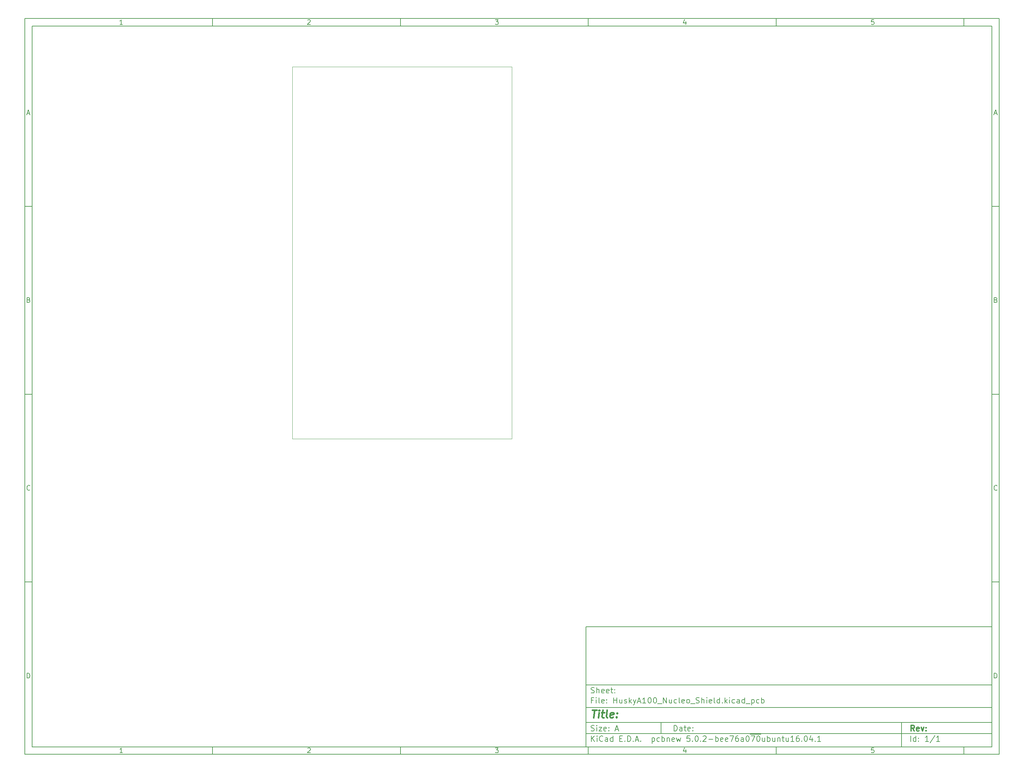
<source format=gbr>
G04 #@! TF.GenerationSoftware,KiCad,Pcbnew,5.0.2-bee76a0~70~ubuntu16.04.1*
G04 #@! TF.CreationDate,2019-01-25T11:05:23-05:00*
G04 #@! TF.ProjectId,HuskyA100_Nucleo_Shield,4875736b-7941-4313-9030-5f4e75636c65,rev?*
G04 #@! TF.SameCoordinates,Original*
G04 #@! TF.FileFunction,Profile,NP*
%FSLAX46Y46*%
G04 Gerber Fmt 4.6, Leading zero omitted, Abs format (unit mm)*
G04 Created by KiCad (PCBNEW 5.0.2-bee76a0~70~ubuntu16.04.1) date Fri 25 Jan 2019 11:05:23 AM EST*
%MOMM*%
%LPD*%
G01*
G04 APERTURE LIST*
%ADD10C,0.100000*%
%ADD11C,0.150000*%
%ADD12C,0.300000*%
%ADD13C,0.400000*%
G04 APERTURE END LIST*
D10*
D11*
X159400000Y-171900000D02*
X159400000Y-203900000D01*
X267400000Y-203900000D01*
X267400000Y-171900000D01*
X159400000Y-171900000D01*
D10*
D11*
X10000000Y-10000000D02*
X10000000Y-205900000D01*
X269400000Y-205900000D01*
X269400000Y-10000000D01*
X10000000Y-10000000D01*
D10*
D11*
X12000000Y-12000000D02*
X12000000Y-203900000D01*
X267400000Y-203900000D01*
X267400000Y-12000000D01*
X12000000Y-12000000D01*
D10*
D11*
X60000000Y-12000000D02*
X60000000Y-10000000D01*
D10*
D11*
X110000000Y-12000000D02*
X110000000Y-10000000D01*
D10*
D11*
X160000000Y-12000000D02*
X160000000Y-10000000D01*
D10*
D11*
X210000000Y-12000000D02*
X210000000Y-10000000D01*
D10*
D11*
X260000000Y-12000000D02*
X260000000Y-10000000D01*
D10*
D11*
X36065476Y-11588095D02*
X35322619Y-11588095D01*
X35694047Y-11588095D02*
X35694047Y-10288095D01*
X35570238Y-10473809D01*
X35446428Y-10597619D01*
X35322619Y-10659523D01*
D10*
D11*
X85322619Y-10411904D02*
X85384523Y-10350000D01*
X85508333Y-10288095D01*
X85817857Y-10288095D01*
X85941666Y-10350000D01*
X86003571Y-10411904D01*
X86065476Y-10535714D01*
X86065476Y-10659523D01*
X86003571Y-10845238D01*
X85260714Y-11588095D01*
X86065476Y-11588095D01*
D10*
D11*
X135260714Y-10288095D02*
X136065476Y-10288095D01*
X135632142Y-10783333D01*
X135817857Y-10783333D01*
X135941666Y-10845238D01*
X136003571Y-10907142D01*
X136065476Y-11030952D01*
X136065476Y-11340476D01*
X136003571Y-11464285D01*
X135941666Y-11526190D01*
X135817857Y-11588095D01*
X135446428Y-11588095D01*
X135322619Y-11526190D01*
X135260714Y-11464285D01*
D10*
D11*
X185941666Y-10721428D02*
X185941666Y-11588095D01*
X185632142Y-10226190D02*
X185322619Y-11154761D01*
X186127380Y-11154761D01*
D10*
D11*
X236003571Y-10288095D02*
X235384523Y-10288095D01*
X235322619Y-10907142D01*
X235384523Y-10845238D01*
X235508333Y-10783333D01*
X235817857Y-10783333D01*
X235941666Y-10845238D01*
X236003571Y-10907142D01*
X236065476Y-11030952D01*
X236065476Y-11340476D01*
X236003571Y-11464285D01*
X235941666Y-11526190D01*
X235817857Y-11588095D01*
X235508333Y-11588095D01*
X235384523Y-11526190D01*
X235322619Y-11464285D01*
D10*
D11*
X60000000Y-203900000D02*
X60000000Y-205900000D01*
D10*
D11*
X110000000Y-203900000D02*
X110000000Y-205900000D01*
D10*
D11*
X160000000Y-203900000D02*
X160000000Y-205900000D01*
D10*
D11*
X210000000Y-203900000D02*
X210000000Y-205900000D01*
D10*
D11*
X260000000Y-203900000D02*
X260000000Y-205900000D01*
D10*
D11*
X36065476Y-205488095D02*
X35322619Y-205488095D01*
X35694047Y-205488095D02*
X35694047Y-204188095D01*
X35570238Y-204373809D01*
X35446428Y-204497619D01*
X35322619Y-204559523D01*
D10*
D11*
X85322619Y-204311904D02*
X85384523Y-204250000D01*
X85508333Y-204188095D01*
X85817857Y-204188095D01*
X85941666Y-204250000D01*
X86003571Y-204311904D01*
X86065476Y-204435714D01*
X86065476Y-204559523D01*
X86003571Y-204745238D01*
X85260714Y-205488095D01*
X86065476Y-205488095D01*
D10*
D11*
X135260714Y-204188095D02*
X136065476Y-204188095D01*
X135632142Y-204683333D01*
X135817857Y-204683333D01*
X135941666Y-204745238D01*
X136003571Y-204807142D01*
X136065476Y-204930952D01*
X136065476Y-205240476D01*
X136003571Y-205364285D01*
X135941666Y-205426190D01*
X135817857Y-205488095D01*
X135446428Y-205488095D01*
X135322619Y-205426190D01*
X135260714Y-205364285D01*
D10*
D11*
X185941666Y-204621428D02*
X185941666Y-205488095D01*
X185632142Y-204126190D02*
X185322619Y-205054761D01*
X186127380Y-205054761D01*
D10*
D11*
X236003571Y-204188095D02*
X235384523Y-204188095D01*
X235322619Y-204807142D01*
X235384523Y-204745238D01*
X235508333Y-204683333D01*
X235817857Y-204683333D01*
X235941666Y-204745238D01*
X236003571Y-204807142D01*
X236065476Y-204930952D01*
X236065476Y-205240476D01*
X236003571Y-205364285D01*
X235941666Y-205426190D01*
X235817857Y-205488095D01*
X235508333Y-205488095D01*
X235384523Y-205426190D01*
X235322619Y-205364285D01*
D10*
D11*
X10000000Y-60000000D02*
X12000000Y-60000000D01*
D10*
D11*
X10000000Y-110000000D02*
X12000000Y-110000000D01*
D10*
D11*
X10000000Y-160000000D02*
X12000000Y-160000000D01*
D10*
D11*
X10690476Y-35216666D02*
X11309523Y-35216666D01*
X10566666Y-35588095D02*
X11000000Y-34288095D01*
X11433333Y-35588095D01*
D10*
D11*
X11092857Y-84907142D02*
X11278571Y-84969047D01*
X11340476Y-85030952D01*
X11402380Y-85154761D01*
X11402380Y-85340476D01*
X11340476Y-85464285D01*
X11278571Y-85526190D01*
X11154761Y-85588095D01*
X10659523Y-85588095D01*
X10659523Y-84288095D01*
X11092857Y-84288095D01*
X11216666Y-84350000D01*
X11278571Y-84411904D01*
X11340476Y-84535714D01*
X11340476Y-84659523D01*
X11278571Y-84783333D01*
X11216666Y-84845238D01*
X11092857Y-84907142D01*
X10659523Y-84907142D01*
D10*
D11*
X11402380Y-135464285D02*
X11340476Y-135526190D01*
X11154761Y-135588095D01*
X11030952Y-135588095D01*
X10845238Y-135526190D01*
X10721428Y-135402380D01*
X10659523Y-135278571D01*
X10597619Y-135030952D01*
X10597619Y-134845238D01*
X10659523Y-134597619D01*
X10721428Y-134473809D01*
X10845238Y-134350000D01*
X11030952Y-134288095D01*
X11154761Y-134288095D01*
X11340476Y-134350000D01*
X11402380Y-134411904D01*
D10*
D11*
X10659523Y-185588095D02*
X10659523Y-184288095D01*
X10969047Y-184288095D01*
X11154761Y-184350000D01*
X11278571Y-184473809D01*
X11340476Y-184597619D01*
X11402380Y-184845238D01*
X11402380Y-185030952D01*
X11340476Y-185278571D01*
X11278571Y-185402380D01*
X11154761Y-185526190D01*
X10969047Y-185588095D01*
X10659523Y-185588095D01*
D10*
D11*
X269400000Y-60000000D02*
X267400000Y-60000000D01*
D10*
D11*
X269400000Y-110000000D02*
X267400000Y-110000000D01*
D10*
D11*
X269400000Y-160000000D02*
X267400000Y-160000000D01*
D10*
D11*
X268090476Y-35216666D02*
X268709523Y-35216666D01*
X267966666Y-35588095D02*
X268400000Y-34288095D01*
X268833333Y-35588095D01*
D10*
D11*
X268492857Y-84907142D02*
X268678571Y-84969047D01*
X268740476Y-85030952D01*
X268802380Y-85154761D01*
X268802380Y-85340476D01*
X268740476Y-85464285D01*
X268678571Y-85526190D01*
X268554761Y-85588095D01*
X268059523Y-85588095D01*
X268059523Y-84288095D01*
X268492857Y-84288095D01*
X268616666Y-84350000D01*
X268678571Y-84411904D01*
X268740476Y-84535714D01*
X268740476Y-84659523D01*
X268678571Y-84783333D01*
X268616666Y-84845238D01*
X268492857Y-84907142D01*
X268059523Y-84907142D01*
D10*
D11*
X268802380Y-135464285D02*
X268740476Y-135526190D01*
X268554761Y-135588095D01*
X268430952Y-135588095D01*
X268245238Y-135526190D01*
X268121428Y-135402380D01*
X268059523Y-135278571D01*
X267997619Y-135030952D01*
X267997619Y-134845238D01*
X268059523Y-134597619D01*
X268121428Y-134473809D01*
X268245238Y-134350000D01*
X268430952Y-134288095D01*
X268554761Y-134288095D01*
X268740476Y-134350000D01*
X268802380Y-134411904D01*
D10*
D11*
X268059523Y-185588095D02*
X268059523Y-184288095D01*
X268369047Y-184288095D01*
X268554761Y-184350000D01*
X268678571Y-184473809D01*
X268740476Y-184597619D01*
X268802380Y-184845238D01*
X268802380Y-185030952D01*
X268740476Y-185278571D01*
X268678571Y-185402380D01*
X268554761Y-185526190D01*
X268369047Y-185588095D01*
X268059523Y-185588095D01*
D10*
D11*
X182832142Y-199678571D02*
X182832142Y-198178571D01*
X183189285Y-198178571D01*
X183403571Y-198250000D01*
X183546428Y-198392857D01*
X183617857Y-198535714D01*
X183689285Y-198821428D01*
X183689285Y-199035714D01*
X183617857Y-199321428D01*
X183546428Y-199464285D01*
X183403571Y-199607142D01*
X183189285Y-199678571D01*
X182832142Y-199678571D01*
X184975000Y-199678571D02*
X184975000Y-198892857D01*
X184903571Y-198750000D01*
X184760714Y-198678571D01*
X184475000Y-198678571D01*
X184332142Y-198750000D01*
X184975000Y-199607142D02*
X184832142Y-199678571D01*
X184475000Y-199678571D01*
X184332142Y-199607142D01*
X184260714Y-199464285D01*
X184260714Y-199321428D01*
X184332142Y-199178571D01*
X184475000Y-199107142D01*
X184832142Y-199107142D01*
X184975000Y-199035714D01*
X185475000Y-198678571D02*
X186046428Y-198678571D01*
X185689285Y-198178571D02*
X185689285Y-199464285D01*
X185760714Y-199607142D01*
X185903571Y-199678571D01*
X186046428Y-199678571D01*
X187117857Y-199607142D02*
X186975000Y-199678571D01*
X186689285Y-199678571D01*
X186546428Y-199607142D01*
X186475000Y-199464285D01*
X186475000Y-198892857D01*
X186546428Y-198750000D01*
X186689285Y-198678571D01*
X186975000Y-198678571D01*
X187117857Y-198750000D01*
X187189285Y-198892857D01*
X187189285Y-199035714D01*
X186475000Y-199178571D01*
X187832142Y-199535714D02*
X187903571Y-199607142D01*
X187832142Y-199678571D01*
X187760714Y-199607142D01*
X187832142Y-199535714D01*
X187832142Y-199678571D01*
X187832142Y-198750000D02*
X187903571Y-198821428D01*
X187832142Y-198892857D01*
X187760714Y-198821428D01*
X187832142Y-198750000D01*
X187832142Y-198892857D01*
D10*
D11*
X159400000Y-200400000D02*
X267400000Y-200400000D01*
D10*
D11*
X160832142Y-202478571D02*
X160832142Y-200978571D01*
X161689285Y-202478571D02*
X161046428Y-201621428D01*
X161689285Y-200978571D02*
X160832142Y-201835714D01*
X162332142Y-202478571D02*
X162332142Y-201478571D01*
X162332142Y-200978571D02*
X162260714Y-201050000D01*
X162332142Y-201121428D01*
X162403571Y-201050000D01*
X162332142Y-200978571D01*
X162332142Y-201121428D01*
X163903571Y-202335714D02*
X163832142Y-202407142D01*
X163617857Y-202478571D01*
X163475000Y-202478571D01*
X163260714Y-202407142D01*
X163117857Y-202264285D01*
X163046428Y-202121428D01*
X162975000Y-201835714D01*
X162975000Y-201621428D01*
X163046428Y-201335714D01*
X163117857Y-201192857D01*
X163260714Y-201050000D01*
X163475000Y-200978571D01*
X163617857Y-200978571D01*
X163832142Y-201050000D01*
X163903571Y-201121428D01*
X165189285Y-202478571D02*
X165189285Y-201692857D01*
X165117857Y-201550000D01*
X164975000Y-201478571D01*
X164689285Y-201478571D01*
X164546428Y-201550000D01*
X165189285Y-202407142D02*
X165046428Y-202478571D01*
X164689285Y-202478571D01*
X164546428Y-202407142D01*
X164475000Y-202264285D01*
X164475000Y-202121428D01*
X164546428Y-201978571D01*
X164689285Y-201907142D01*
X165046428Y-201907142D01*
X165189285Y-201835714D01*
X166546428Y-202478571D02*
X166546428Y-200978571D01*
X166546428Y-202407142D02*
X166403571Y-202478571D01*
X166117857Y-202478571D01*
X165975000Y-202407142D01*
X165903571Y-202335714D01*
X165832142Y-202192857D01*
X165832142Y-201764285D01*
X165903571Y-201621428D01*
X165975000Y-201550000D01*
X166117857Y-201478571D01*
X166403571Y-201478571D01*
X166546428Y-201550000D01*
X168403571Y-201692857D02*
X168903571Y-201692857D01*
X169117857Y-202478571D02*
X168403571Y-202478571D01*
X168403571Y-200978571D01*
X169117857Y-200978571D01*
X169760714Y-202335714D02*
X169832142Y-202407142D01*
X169760714Y-202478571D01*
X169689285Y-202407142D01*
X169760714Y-202335714D01*
X169760714Y-202478571D01*
X170475000Y-202478571D02*
X170475000Y-200978571D01*
X170832142Y-200978571D01*
X171046428Y-201050000D01*
X171189285Y-201192857D01*
X171260714Y-201335714D01*
X171332142Y-201621428D01*
X171332142Y-201835714D01*
X171260714Y-202121428D01*
X171189285Y-202264285D01*
X171046428Y-202407142D01*
X170832142Y-202478571D01*
X170475000Y-202478571D01*
X171975000Y-202335714D02*
X172046428Y-202407142D01*
X171975000Y-202478571D01*
X171903571Y-202407142D01*
X171975000Y-202335714D01*
X171975000Y-202478571D01*
X172617857Y-202050000D02*
X173332142Y-202050000D01*
X172475000Y-202478571D02*
X172975000Y-200978571D01*
X173475000Y-202478571D01*
X173975000Y-202335714D02*
X174046428Y-202407142D01*
X173975000Y-202478571D01*
X173903571Y-202407142D01*
X173975000Y-202335714D01*
X173975000Y-202478571D01*
X176975000Y-201478571D02*
X176975000Y-202978571D01*
X176975000Y-201550000D02*
X177117857Y-201478571D01*
X177403571Y-201478571D01*
X177546428Y-201550000D01*
X177617857Y-201621428D01*
X177689285Y-201764285D01*
X177689285Y-202192857D01*
X177617857Y-202335714D01*
X177546428Y-202407142D01*
X177403571Y-202478571D01*
X177117857Y-202478571D01*
X176975000Y-202407142D01*
X178975000Y-202407142D02*
X178832142Y-202478571D01*
X178546428Y-202478571D01*
X178403571Y-202407142D01*
X178332142Y-202335714D01*
X178260714Y-202192857D01*
X178260714Y-201764285D01*
X178332142Y-201621428D01*
X178403571Y-201550000D01*
X178546428Y-201478571D01*
X178832142Y-201478571D01*
X178975000Y-201550000D01*
X179617857Y-202478571D02*
X179617857Y-200978571D01*
X179617857Y-201550000D02*
X179760714Y-201478571D01*
X180046428Y-201478571D01*
X180189285Y-201550000D01*
X180260714Y-201621428D01*
X180332142Y-201764285D01*
X180332142Y-202192857D01*
X180260714Y-202335714D01*
X180189285Y-202407142D01*
X180046428Y-202478571D01*
X179760714Y-202478571D01*
X179617857Y-202407142D01*
X180975000Y-201478571D02*
X180975000Y-202478571D01*
X180975000Y-201621428D02*
X181046428Y-201550000D01*
X181189285Y-201478571D01*
X181403571Y-201478571D01*
X181546428Y-201550000D01*
X181617857Y-201692857D01*
X181617857Y-202478571D01*
X182903571Y-202407142D02*
X182760714Y-202478571D01*
X182475000Y-202478571D01*
X182332142Y-202407142D01*
X182260714Y-202264285D01*
X182260714Y-201692857D01*
X182332142Y-201550000D01*
X182475000Y-201478571D01*
X182760714Y-201478571D01*
X182903571Y-201550000D01*
X182975000Y-201692857D01*
X182975000Y-201835714D01*
X182260714Y-201978571D01*
X183475000Y-201478571D02*
X183760714Y-202478571D01*
X184046428Y-201764285D01*
X184332142Y-202478571D01*
X184617857Y-201478571D01*
X187046428Y-200978571D02*
X186332142Y-200978571D01*
X186260714Y-201692857D01*
X186332142Y-201621428D01*
X186475000Y-201550000D01*
X186832142Y-201550000D01*
X186975000Y-201621428D01*
X187046428Y-201692857D01*
X187117857Y-201835714D01*
X187117857Y-202192857D01*
X187046428Y-202335714D01*
X186975000Y-202407142D01*
X186832142Y-202478571D01*
X186475000Y-202478571D01*
X186332142Y-202407142D01*
X186260714Y-202335714D01*
X187760714Y-202335714D02*
X187832142Y-202407142D01*
X187760714Y-202478571D01*
X187689285Y-202407142D01*
X187760714Y-202335714D01*
X187760714Y-202478571D01*
X188760714Y-200978571D02*
X188903571Y-200978571D01*
X189046428Y-201050000D01*
X189117857Y-201121428D01*
X189189285Y-201264285D01*
X189260714Y-201550000D01*
X189260714Y-201907142D01*
X189189285Y-202192857D01*
X189117857Y-202335714D01*
X189046428Y-202407142D01*
X188903571Y-202478571D01*
X188760714Y-202478571D01*
X188617857Y-202407142D01*
X188546428Y-202335714D01*
X188475000Y-202192857D01*
X188403571Y-201907142D01*
X188403571Y-201550000D01*
X188475000Y-201264285D01*
X188546428Y-201121428D01*
X188617857Y-201050000D01*
X188760714Y-200978571D01*
X189903571Y-202335714D02*
X189975000Y-202407142D01*
X189903571Y-202478571D01*
X189832142Y-202407142D01*
X189903571Y-202335714D01*
X189903571Y-202478571D01*
X190546428Y-201121428D02*
X190617857Y-201050000D01*
X190760714Y-200978571D01*
X191117857Y-200978571D01*
X191260714Y-201050000D01*
X191332142Y-201121428D01*
X191403571Y-201264285D01*
X191403571Y-201407142D01*
X191332142Y-201621428D01*
X190475000Y-202478571D01*
X191403571Y-202478571D01*
X192046428Y-201907142D02*
X193189285Y-201907142D01*
X193903571Y-202478571D02*
X193903571Y-200978571D01*
X193903571Y-201550000D02*
X194046428Y-201478571D01*
X194332142Y-201478571D01*
X194475000Y-201550000D01*
X194546428Y-201621428D01*
X194617857Y-201764285D01*
X194617857Y-202192857D01*
X194546428Y-202335714D01*
X194475000Y-202407142D01*
X194332142Y-202478571D01*
X194046428Y-202478571D01*
X193903571Y-202407142D01*
X195832142Y-202407142D02*
X195689285Y-202478571D01*
X195403571Y-202478571D01*
X195260714Y-202407142D01*
X195189285Y-202264285D01*
X195189285Y-201692857D01*
X195260714Y-201550000D01*
X195403571Y-201478571D01*
X195689285Y-201478571D01*
X195832142Y-201550000D01*
X195903571Y-201692857D01*
X195903571Y-201835714D01*
X195189285Y-201978571D01*
X197117857Y-202407142D02*
X196975000Y-202478571D01*
X196689285Y-202478571D01*
X196546428Y-202407142D01*
X196475000Y-202264285D01*
X196475000Y-201692857D01*
X196546428Y-201550000D01*
X196689285Y-201478571D01*
X196975000Y-201478571D01*
X197117857Y-201550000D01*
X197189285Y-201692857D01*
X197189285Y-201835714D01*
X196475000Y-201978571D01*
X197689285Y-200978571D02*
X198689285Y-200978571D01*
X198046428Y-202478571D01*
X199903571Y-200978571D02*
X199617857Y-200978571D01*
X199475000Y-201050000D01*
X199403571Y-201121428D01*
X199260714Y-201335714D01*
X199189285Y-201621428D01*
X199189285Y-202192857D01*
X199260714Y-202335714D01*
X199332142Y-202407142D01*
X199475000Y-202478571D01*
X199760714Y-202478571D01*
X199903571Y-202407142D01*
X199975000Y-202335714D01*
X200046428Y-202192857D01*
X200046428Y-201835714D01*
X199975000Y-201692857D01*
X199903571Y-201621428D01*
X199760714Y-201550000D01*
X199475000Y-201550000D01*
X199332142Y-201621428D01*
X199260714Y-201692857D01*
X199189285Y-201835714D01*
X201332142Y-202478571D02*
X201332142Y-201692857D01*
X201260714Y-201550000D01*
X201117857Y-201478571D01*
X200832142Y-201478571D01*
X200689285Y-201550000D01*
X201332142Y-202407142D02*
X201189285Y-202478571D01*
X200832142Y-202478571D01*
X200689285Y-202407142D01*
X200617857Y-202264285D01*
X200617857Y-202121428D01*
X200689285Y-201978571D01*
X200832142Y-201907142D01*
X201189285Y-201907142D01*
X201332142Y-201835714D01*
X202332142Y-200978571D02*
X202475000Y-200978571D01*
X202617857Y-201050000D01*
X202689285Y-201121428D01*
X202760714Y-201264285D01*
X202832142Y-201550000D01*
X202832142Y-201907142D01*
X202760714Y-202192857D01*
X202689285Y-202335714D01*
X202617857Y-202407142D01*
X202475000Y-202478571D01*
X202332142Y-202478571D01*
X202189285Y-202407142D01*
X202117857Y-202335714D01*
X202046428Y-202192857D01*
X201975000Y-201907142D01*
X201975000Y-201550000D01*
X202046428Y-201264285D01*
X202117857Y-201121428D01*
X202189285Y-201050000D01*
X202332142Y-200978571D01*
X203117857Y-200570000D02*
X204546428Y-200570000D01*
X203332142Y-200978571D02*
X204332142Y-200978571D01*
X203689285Y-202478571D01*
X204546428Y-200570000D02*
X205975000Y-200570000D01*
X205189285Y-200978571D02*
X205332142Y-200978571D01*
X205475000Y-201050000D01*
X205546428Y-201121428D01*
X205617857Y-201264285D01*
X205689285Y-201550000D01*
X205689285Y-201907142D01*
X205617857Y-202192857D01*
X205546428Y-202335714D01*
X205475000Y-202407142D01*
X205332142Y-202478571D01*
X205189285Y-202478571D01*
X205046428Y-202407142D01*
X204975000Y-202335714D01*
X204903571Y-202192857D01*
X204832142Y-201907142D01*
X204832142Y-201550000D01*
X204903571Y-201264285D01*
X204975000Y-201121428D01*
X205046428Y-201050000D01*
X205189285Y-200978571D01*
X206975000Y-201478571D02*
X206975000Y-202478571D01*
X206332142Y-201478571D02*
X206332142Y-202264285D01*
X206403571Y-202407142D01*
X206546428Y-202478571D01*
X206760714Y-202478571D01*
X206903571Y-202407142D01*
X206975000Y-202335714D01*
X207689285Y-202478571D02*
X207689285Y-200978571D01*
X207689285Y-201550000D02*
X207832142Y-201478571D01*
X208117857Y-201478571D01*
X208260714Y-201550000D01*
X208332142Y-201621428D01*
X208403571Y-201764285D01*
X208403571Y-202192857D01*
X208332142Y-202335714D01*
X208260714Y-202407142D01*
X208117857Y-202478571D01*
X207832142Y-202478571D01*
X207689285Y-202407142D01*
X209689285Y-201478571D02*
X209689285Y-202478571D01*
X209046428Y-201478571D02*
X209046428Y-202264285D01*
X209117857Y-202407142D01*
X209260714Y-202478571D01*
X209475000Y-202478571D01*
X209617857Y-202407142D01*
X209689285Y-202335714D01*
X210403571Y-201478571D02*
X210403571Y-202478571D01*
X210403571Y-201621428D02*
X210475000Y-201550000D01*
X210617857Y-201478571D01*
X210832142Y-201478571D01*
X210975000Y-201550000D01*
X211046428Y-201692857D01*
X211046428Y-202478571D01*
X211546428Y-201478571D02*
X212117857Y-201478571D01*
X211760714Y-200978571D02*
X211760714Y-202264285D01*
X211832142Y-202407142D01*
X211975000Y-202478571D01*
X212117857Y-202478571D01*
X213260714Y-201478571D02*
X213260714Y-202478571D01*
X212617857Y-201478571D02*
X212617857Y-202264285D01*
X212689285Y-202407142D01*
X212832142Y-202478571D01*
X213046428Y-202478571D01*
X213189285Y-202407142D01*
X213260714Y-202335714D01*
X214760714Y-202478571D02*
X213903571Y-202478571D01*
X214332142Y-202478571D02*
X214332142Y-200978571D01*
X214189285Y-201192857D01*
X214046428Y-201335714D01*
X213903571Y-201407142D01*
X216046428Y-200978571D02*
X215760714Y-200978571D01*
X215617857Y-201050000D01*
X215546428Y-201121428D01*
X215403571Y-201335714D01*
X215332142Y-201621428D01*
X215332142Y-202192857D01*
X215403571Y-202335714D01*
X215475000Y-202407142D01*
X215617857Y-202478571D01*
X215903571Y-202478571D01*
X216046428Y-202407142D01*
X216117857Y-202335714D01*
X216189285Y-202192857D01*
X216189285Y-201835714D01*
X216117857Y-201692857D01*
X216046428Y-201621428D01*
X215903571Y-201550000D01*
X215617857Y-201550000D01*
X215475000Y-201621428D01*
X215403571Y-201692857D01*
X215332142Y-201835714D01*
X216832142Y-202335714D02*
X216903571Y-202407142D01*
X216832142Y-202478571D01*
X216760714Y-202407142D01*
X216832142Y-202335714D01*
X216832142Y-202478571D01*
X217832142Y-200978571D02*
X217975000Y-200978571D01*
X218117857Y-201050000D01*
X218189285Y-201121428D01*
X218260714Y-201264285D01*
X218332142Y-201550000D01*
X218332142Y-201907142D01*
X218260714Y-202192857D01*
X218189285Y-202335714D01*
X218117857Y-202407142D01*
X217975000Y-202478571D01*
X217832142Y-202478571D01*
X217689285Y-202407142D01*
X217617857Y-202335714D01*
X217546428Y-202192857D01*
X217475000Y-201907142D01*
X217475000Y-201550000D01*
X217546428Y-201264285D01*
X217617857Y-201121428D01*
X217689285Y-201050000D01*
X217832142Y-200978571D01*
X219617857Y-201478571D02*
X219617857Y-202478571D01*
X219260714Y-200907142D02*
X218903571Y-201978571D01*
X219832142Y-201978571D01*
X220403571Y-202335714D02*
X220474999Y-202407142D01*
X220403571Y-202478571D01*
X220332142Y-202407142D01*
X220403571Y-202335714D01*
X220403571Y-202478571D01*
X221903571Y-202478571D02*
X221046428Y-202478571D01*
X221475000Y-202478571D02*
X221475000Y-200978571D01*
X221332142Y-201192857D01*
X221189285Y-201335714D01*
X221046428Y-201407142D01*
D10*
D11*
X159400000Y-197400000D02*
X267400000Y-197400000D01*
D10*
D12*
X246809285Y-199678571D02*
X246309285Y-198964285D01*
X245952142Y-199678571D02*
X245952142Y-198178571D01*
X246523571Y-198178571D01*
X246666428Y-198250000D01*
X246737857Y-198321428D01*
X246809285Y-198464285D01*
X246809285Y-198678571D01*
X246737857Y-198821428D01*
X246666428Y-198892857D01*
X246523571Y-198964285D01*
X245952142Y-198964285D01*
X248023571Y-199607142D02*
X247880714Y-199678571D01*
X247595000Y-199678571D01*
X247452142Y-199607142D01*
X247380714Y-199464285D01*
X247380714Y-198892857D01*
X247452142Y-198750000D01*
X247595000Y-198678571D01*
X247880714Y-198678571D01*
X248023571Y-198750000D01*
X248095000Y-198892857D01*
X248095000Y-199035714D01*
X247380714Y-199178571D01*
X248595000Y-198678571D02*
X248952142Y-199678571D01*
X249309285Y-198678571D01*
X249880714Y-199535714D02*
X249952142Y-199607142D01*
X249880714Y-199678571D01*
X249809285Y-199607142D01*
X249880714Y-199535714D01*
X249880714Y-199678571D01*
X249880714Y-198750000D02*
X249952142Y-198821428D01*
X249880714Y-198892857D01*
X249809285Y-198821428D01*
X249880714Y-198750000D01*
X249880714Y-198892857D01*
D10*
D11*
X160760714Y-199607142D02*
X160975000Y-199678571D01*
X161332142Y-199678571D01*
X161475000Y-199607142D01*
X161546428Y-199535714D01*
X161617857Y-199392857D01*
X161617857Y-199250000D01*
X161546428Y-199107142D01*
X161475000Y-199035714D01*
X161332142Y-198964285D01*
X161046428Y-198892857D01*
X160903571Y-198821428D01*
X160832142Y-198750000D01*
X160760714Y-198607142D01*
X160760714Y-198464285D01*
X160832142Y-198321428D01*
X160903571Y-198250000D01*
X161046428Y-198178571D01*
X161403571Y-198178571D01*
X161617857Y-198250000D01*
X162260714Y-199678571D02*
X162260714Y-198678571D01*
X162260714Y-198178571D02*
X162189285Y-198250000D01*
X162260714Y-198321428D01*
X162332142Y-198250000D01*
X162260714Y-198178571D01*
X162260714Y-198321428D01*
X162832142Y-198678571D02*
X163617857Y-198678571D01*
X162832142Y-199678571D01*
X163617857Y-199678571D01*
X164760714Y-199607142D02*
X164617857Y-199678571D01*
X164332142Y-199678571D01*
X164189285Y-199607142D01*
X164117857Y-199464285D01*
X164117857Y-198892857D01*
X164189285Y-198750000D01*
X164332142Y-198678571D01*
X164617857Y-198678571D01*
X164760714Y-198750000D01*
X164832142Y-198892857D01*
X164832142Y-199035714D01*
X164117857Y-199178571D01*
X165475000Y-199535714D02*
X165546428Y-199607142D01*
X165475000Y-199678571D01*
X165403571Y-199607142D01*
X165475000Y-199535714D01*
X165475000Y-199678571D01*
X165475000Y-198750000D02*
X165546428Y-198821428D01*
X165475000Y-198892857D01*
X165403571Y-198821428D01*
X165475000Y-198750000D01*
X165475000Y-198892857D01*
X167260714Y-199250000D02*
X167975000Y-199250000D01*
X167117857Y-199678571D02*
X167617857Y-198178571D01*
X168117857Y-199678571D01*
D10*
D11*
X245832142Y-202478571D02*
X245832142Y-200978571D01*
X247189285Y-202478571D02*
X247189285Y-200978571D01*
X247189285Y-202407142D02*
X247046428Y-202478571D01*
X246760714Y-202478571D01*
X246617857Y-202407142D01*
X246546428Y-202335714D01*
X246475000Y-202192857D01*
X246475000Y-201764285D01*
X246546428Y-201621428D01*
X246617857Y-201550000D01*
X246760714Y-201478571D01*
X247046428Y-201478571D01*
X247189285Y-201550000D01*
X247903571Y-202335714D02*
X247975000Y-202407142D01*
X247903571Y-202478571D01*
X247832142Y-202407142D01*
X247903571Y-202335714D01*
X247903571Y-202478571D01*
X247903571Y-201550000D02*
X247975000Y-201621428D01*
X247903571Y-201692857D01*
X247832142Y-201621428D01*
X247903571Y-201550000D01*
X247903571Y-201692857D01*
X250546428Y-202478571D02*
X249689285Y-202478571D01*
X250117857Y-202478571D02*
X250117857Y-200978571D01*
X249975000Y-201192857D01*
X249832142Y-201335714D01*
X249689285Y-201407142D01*
X252260714Y-200907142D02*
X250975000Y-202835714D01*
X253546428Y-202478571D02*
X252689285Y-202478571D01*
X253117857Y-202478571D02*
X253117857Y-200978571D01*
X252975000Y-201192857D01*
X252832142Y-201335714D01*
X252689285Y-201407142D01*
D10*
D11*
X159400000Y-193400000D02*
X267400000Y-193400000D01*
D10*
D13*
X161112380Y-194104761D02*
X162255238Y-194104761D01*
X161433809Y-196104761D02*
X161683809Y-194104761D01*
X162671904Y-196104761D02*
X162838571Y-194771428D01*
X162921904Y-194104761D02*
X162814761Y-194200000D01*
X162898095Y-194295238D01*
X163005238Y-194200000D01*
X162921904Y-194104761D01*
X162898095Y-194295238D01*
X163505238Y-194771428D02*
X164267142Y-194771428D01*
X163874285Y-194104761D02*
X163660000Y-195819047D01*
X163731428Y-196009523D01*
X163910000Y-196104761D01*
X164100476Y-196104761D01*
X165052857Y-196104761D02*
X164874285Y-196009523D01*
X164802857Y-195819047D01*
X165017142Y-194104761D01*
X166588571Y-196009523D02*
X166386190Y-196104761D01*
X166005238Y-196104761D01*
X165826666Y-196009523D01*
X165755238Y-195819047D01*
X165850476Y-195057142D01*
X165969523Y-194866666D01*
X166171904Y-194771428D01*
X166552857Y-194771428D01*
X166731428Y-194866666D01*
X166802857Y-195057142D01*
X166779047Y-195247619D01*
X165802857Y-195438095D01*
X167552857Y-195914285D02*
X167636190Y-196009523D01*
X167529047Y-196104761D01*
X167445714Y-196009523D01*
X167552857Y-195914285D01*
X167529047Y-196104761D01*
X167683809Y-194866666D02*
X167767142Y-194961904D01*
X167660000Y-195057142D01*
X167576666Y-194961904D01*
X167683809Y-194866666D01*
X167660000Y-195057142D01*
D10*
D11*
X161332142Y-191492857D02*
X160832142Y-191492857D01*
X160832142Y-192278571D02*
X160832142Y-190778571D01*
X161546428Y-190778571D01*
X162117857Y-192278571D02*
X162117857Y-191278571D01*
X162117857Y-190778571D02*
X162046428Y-190850000D01*
X162117857Y-190921428D01*
X162189285Y-190850000D01*
X162117857Y-190778571D01*
X162117857Y-190921428D01*
X163046428Y-192278571D02*
X162903571Y-192207142D01*
X162832142Y-192064285D01*
X162832142Y-190778571D01*
X164189285Y-192207142D02*
X164046428Y-192278571D01*
X163760714Y-192278571D01*
X163617857Y-192207142D01*
X163546428Y-192064285D01*
X163546428Y-191492857D01*
X163617857Y-191350000D01*
X163760714Y-191278571D01*
X164046428Y-191278571D01*
X164189285Y-191350000D01*
X164260714Y-191492857D01*
X164260714Y-191635714D01*
X163546428Y-191778571D01*
X164903571Y-192135714D02*
X164975000Y-192207142D01*
X164903571Y-192278571D01*
X164832142Y-192207142D01*
X164903571Y-192135714D01*
X164903571Y-192278571D01*
X164903571Y-191350000D02*
X164975000Y-191421428D01*
X164903571Y-191492857D01*
X164832142Y-191421428D01*
X164903571Y-191350000D01*
X164903571Y-191492857D01*
X166760714Y-192278571D02*
X166760714Y-190778571D01*
X166760714Y-191492857D02*
X167617857Y-191492857D01*
X167617857Y-192278571D02*
X167617857Y-190778571D01*
X168975000Y-191278571D02*
X168975000Y-192278571D01*
X168332142Y-191278571D02*
X168332142Y-192064285D01*
X168403571Y-192207142D01*
X168546428Y-192278571D01*
X168760714Y-192278571D01*
X168903571Y-192207142D01*
X168975000Y-192135714D01*
X169617857Y-192207142D02*
X169760714Y-192278571D01*
X170046428Y-192278571D01*
X170189285Y-192207142D01*
X170260714Y-192064285D01*
X170260714Y-191992857D01*
X170189285Y-191850000D01*
X170046428Y-191778571D01*
X169832142Y-191778571D01*
X169689285Y-191707142D01*
X169617857Y-191564285D01*
X169617857Y-191492857D01*
X169689285Y-191350000D01*
X169832142Y-191278571D01*
X170046428Y-191278571D01*
X170189285Y-191350000D01*
X170903571Y-192278571D02*
X170903571Y-190778571D01*
X171046428Y-191707142D02*
X171475000Y-192278571D01*
X171475000Y-191278571D02*
X170903571Y-191850000D01*
X171975000Y-191278571D02*
X172332142Y-192278571D01*
X172689285Y-191278571D02*
X172332142Y-192278571D01*
X172189285Y-192635714D01*
X172117857Y-192707142D01*
X171975000Y-192778571D01*
X173189285Y-191850000D02*
X173903571Y-191850000D01*
X173046428Y-192278571D02*
X173546428Y-190778571D01*
X174046428Y-192278571D01*
X175332142Y-192278571D02*
X174475000Y-192278571D01*
X174903571Y-192278571D02*
X174903571Y-190778571D01*
X174760714Y-190992857D01*
X174617857Y-191135714D01*
X174475000Y-191207142D01*
X176260714Y-190778571D02*
X176403571Y-190778571D01*
X176546428Y-190850000D01*
X176617857Y-190921428D01*
X176689285Y-191064285D01*
X176760714Y-191350000D01*
X176760714Y-191707142D01*
X176689285Y-191992857D01*
X176617857Y-192135714D01*
X176546428Y-192207142D01*
X176403571Y-192278571D01*
X176260714Y-192278571D01*
X176117857Y-192207142D01*
X176046428Y-192135714D01*
X175975000Y-191992857D01*
X175903571Y-191707142D01*
X175903571Y-191350000D01*
X175975000Y-191064285D01*
X176046428Y-190921428D01*
X176117857Y-190850000D01*
X176260714Y-190778571D01*
X177689285Y-190778571D02*
X177832142Y-190778571D01*
X177975000Y-190850000D01*
X178046428Y-190921428D01*
X178117857Y-191064285D01*
X178189285Y-191350000D01*
X178189285Y-191707142D01*
X178117857Y-191992857D01*
X178046428Y-192135714D01*
X177975000Y-192207142D01*
X177832142Y-192278571D01*
X177689285Y-192278571D01*
X177546428Y-192207142D01*
X177475000Y-192135714D01*
X177403571Y-191992857D01*
X177332142Y-191707142D01*
X177332142Y-191350000D01*
X177403571Y-191064285D01*
X177475000Y-190921428D01*
X177546428Y-190850000D01*
X177689285Y-190778571D01*
X178475000Y-192421428D02*
X179617857Y-192421428D01*
X179975000Y-192278571D02*
X179975000Y-190778571D01*
X180832142Y-192278571D01*
X180832142Y-190778571D01*
X182189285Y-191278571D02*
X182189285Y-192278571D01*
X181546428Y-191278571D02*
X181546428Y-192064285D01*
X181617857Y-192207142D01*
X181760714Y-192278571D01*
X181975000Y-192278571D01*
X182117857Y-192207142D01*
X182189285Y-192135714D01*
X183546428Y-192207142D02*
X183403571Y-192278571D01*
X183117857Y-192278571D01*
X182975000Y-192207142D01*
X182903571Y-192135714D01*
X182832142Y-191992857D01*
X182832142Y-191564285D01*
X182903571Y-191421428D01*
X182975000Y-191350000D01*
X183117857Y-191278571D01*
X183403571Y-191278571D01*
X183546428Y-191350000D01*
X184403571Y-192278571D02*
X184260714Y-192207142D01*
X184189285Y-192064285D01*
X184189285Y-190778571D01*
X185546428Y-192207142D02*
X185403571Y-192278571D01*
X185117857Y-192278571D01*
X184975000Y-192207142D01*
X184903571Y-192064285D01*
X184903571Y-191492857D01*
X184975000Y-191350000D01*
X185117857Y-191278571D01*
X185403571Y-191278571D01*
X185546428Y-191350000D01*
X185617857Y-191492857D01*
X185617857Y-191635714D01*
X184903571Y-191778571D01*
X186475000Y-192278571D02*
X186332142Y-192207142D01*
X186260714Y-192135714D01*
X186189285Y-191992857D01*
X186189285Y-191564285D01*
X186260714Y-191421428D01*
X186332142Y-191350000D01*
X186475000Y-191278571D01*
X186689285Y-191278571D01*
X186832142Y-191350000D01*
X186903571Y-191421428D01*
X186975000Y-191564285D01*
X186975000Y-191992857D01*
X186903571Y-192135714D01*
X186832142Y-192207142D01*
X186689285Y-192278571D01*
X186475000Y-192278571D01*
X187260714Y-192421428D02*
X188403571Y-192421428D01*
X188689285Y-192207142D02*
X188903571Y-192278571D01*
X189260714Y-192278571D01*
X189403571Y-192207142D01*
X189475000Y-192135714D01*
X189546428Y-191992857D01*
X189546428Y-191850000D01*
X189475000Y-191707142D01*
X189403571Y-191635714D01*
X189260714Y-191564285D01*
X188975000Y-191492857D01*
X188832142Y-191421428D01*
X188760714Y-191350000D01*
X188689285Y-191207142D01*
X188689285Y-191064285D01*
X188760714Y-190921428D01*
X188832142Y-190850000D01*
X188975000Y-190778571D01*
X189332142Y-190778571D01*
X189546428Y-190850000D01*
X190189285Y-192278571D02*
X190189285Y-190778571D01*
X190832142Y-192278571D02*
X190832142Y-191492857D01*
X190760714Y-191350000D01*
X190617857Y-191278571D01*
X190403571Y-191278571D01*
X190260714Y-191350000D01*
X190189285Y-191421428D01*
X191546428Y-192278571D02*
X191546428Y-191278571D01*
X191546428Y-190778571D02*
X191475000Y-190850000D01*
X191546428Y-190921428D01*
X191617857Y-190850000D01*
X191546428Y-190778571D01*
X191546428Y-190921428D01*
X192832142Y-192207142D02*
X192689285Y-192278571D01*
X192403571Y-192278571D01*
X192260714Y-192207142D01*
X192189285Y-192064285D01*
X192189285Y-191492857D01*
X192260714Y-191350000D01*
X192403571Y-191278571D01*
X192689285Y-191278571D01*
X192832142Y-191350000D01*
X192903571Y-191492857D01*
X192903571Y-191635714D01*
X192189285Y-191778571D01*
X193760714Y-192278571D02*
X193617857Y-192207142D01*
X193546428Y-192064285D01*
X193546428Y-190778571D01*
X194975000Y-192278571D02*
X194975000Y-190778571D01*
X194975000Y-192207142D02*
X194832142Y-192278571D01*
X194546428Y-192278571D01*
X194403571Y-192207142D01*
X194332142Y-192135714D01*
X194260714Y-191992857D01*
X194260714Y-191564285D01*
X194332142Y-191421428D01*
X194403571Y-191350000D01*
X194546428Y-191278571D01*
X194832142Y-191278571D01*
X194975000Y-191350000D01*
X195689285Y-192135714D02*
X195760714Y-192207142D01*
X195689285Y-192278571D01*
X195617857Y-192207142D01*
X195689285Y-192135714D01*
X195689285Y-192278571D01*
X196403571Y-192278571D02*
X196403571Y-190778571D01*
X196546428Y-191707142D02*
X196975000Y-192278571D01*
X196975000Y-191278571D02*
X196403571Y-191850000D01*
X197617857Y-192278571D02*
X197617857Y-191278571D01*
X197617857Y-190778571D02*
X197546428Y-190850000D01*
X197617857Y-190921428D01*
X197689285Y-190850000D01*
X197617857Y-190778571D01*
X197617857Y-190921428D01*
X198975000Y-192207142D02*
X198832142Y-192278571D01*
X198546428Y-192278571D01*
X198403571Y-192207142D01*
X198332142Y-192135714D01*
X198260714Y-191992857D01*
X198260714Y-191564285D01*
X198332142Y-191421428D01*
X198403571Y-191350000D01*
X198546428Y-191278571D01*
X198832142Y-191278571D01*
X198975000Y-191350000D01*
X200260714Y-192278571D02*
X200260714Y-191492857D01*
X200189285Y-191350000D01*
X200046428Y-191278571D01*
X199760714Y-191278571D01*
X199617857Y-191350000D01*
X200260714Y-192207142D02*
X200117857Y-192278571D01*
X199760714Y-192278571D01*
X199617857Y-192207142D01*
X199546428Y-192064285D01*
X199546428Y-191921428D01*
X199617857Y-191778571D01*
X199760714Y-191707142D01*
X200117857Y-191707142D01*
X200260714Y-191635714D01*
X201617857Y-192278571D02*
X201617857Y-190778571D01*
X201617857Y-192207142D02*
X201475000Y-192278571D01*
X201189285Y-192278571D01*
X201046428Y-192207142D01*
X200975000Y-192135714D01*
X200903571Y-191992857D01*
X200903571Y-191564285D01*
X200975000Y-191421428D01*
X201046428Y-191350000D01*
X201189285Y-191278571D01*
X201475000Y-191278571D01*
X201617857Y-191350000D01*
X201975000Y-192421428D02*
X203117857Y-192421428D01*
X203475000Y-191278571D02*
X203475000Y-192778571D01*
X203475000Y-191350000D02*
X203617857Y-191278571D01*
X203903571Y-191278571D01*
X204046428Y-191350000D01*
X204117857Y-191421428D01*
X204189285Y-191564285D01*
X204189285Y-191992857D01*
X204117857Y-192135714D01*
X204046428Y-192207142D01*
X203903571Y-192278571D01*
X203617857Y-192278571D01*
X203475000Y-192207142D01*
X205475000Y-192207142D02*
X205332142Y-192278571D01*
X205046428Y-192278571D01*
X204903571Y-192207142D01*
X204832142Y-192135714D01*
X204760714Y-191992857D01*
X204760714Y-191564285D01*
X204832142Y-191421428D01*
X204903571Y-191350000D01*
X205046428Y-191278571D01*
X205332142Y-191278571D01*
X205475000Y-191350000D01*
X206117857Y-192278571D02*
X206117857Y-190778571D01*
X206117857Y-191350000D02*
X206260714Y-191278571D01*
X206546428Y-191278571D01*
X206689285Y-191350000D01*
X206760714Y-191421428D01*
X206832142Y-191564285D01*
X206832142Y-191992857D01*
X206760714Y-192135714D01*
X206689285Y-192207142D01*
X206546428Y-192278571D01*
X206260714Y-192278571D01*
X206117857Y-192207142D01*
D10*
D11*
X159400000Y-187400000D02*
X267400000Y-187400000D01*
D10*
D11*
X160760714Y-189507142D02*
X160975000Y-189578571D01*
X161332142Y-189578571D01*
X161475000Y-189507142D01*
X161546428Y-189435714D01*
X161617857Y-189292857D01*
X161617857Y-189150000D01*
X161546428Y-189007142D01*
X161475000Y-188935714D01*
X161332142Y-188864285D01*
X161046428Y-188792857D01*
X160903571Y-188721428D01*
X160832142Y-188650000D01*
X160760714Y-188507142D01*
X160760714Y-188364285D01*
X160832142Y-188221428D01*
X160903571Y-188150000D01*
X161046428Y-188078571D01*
X161403571Y-188078571D01*
X161617857Y-188150000D01*
X162260714Y-189578571D02*
X162260714Y-188078571D01*
X162903571Y-189578571D02*
X162903571Y-188792857D01*
X162832142Y-188650000D01*
X162689285Y-188578571D01*
X162475000Y-188578571D01*
X162332142Y-188650000D01*
X162260714Y-188721428D01*
X164189285Y-189507142D02*
X164046428Y-189578571D01*
X163760714Y-189578571D01*
X163617857Y-189507142D01*
X163546428Y-189364285D01*
X163546428Y-188792857D01*
X163617857Y-188650000D01*
X163760714Y-188578571D01*
X164046428Y-188578571D01*
X164189285Y-188650000D01*
X164260714Y-188792857D01*
X164260714Y-188935714D01*
X163546428Y-189078571D01*
X165475000Y-189507142D02*
X165332142Y-189578571D01*
X165046428Y-189578571D01*
X164903571Y-189507142D01*
X164832142Y-189364285D01*
X164832142Y-188792857D01*
X164903571Y-188650000D01*
X165046428Y-188578571D01*
X165332142Y-188578571D01*
X165475000Y-188650000D01*
X165546428Y-188792857D01*
X165546428Y-188935714D01*
X164832142Y-189078571D01*
X165975000Y-188578571D02*
X166546428Y-188578571D01*
X166189285Y-188078571D02*
X166189285Y-189364285D01*
X166260714Y-189507142D01*
X166403571Y-189578571D01*
X166546428Y-189578571D01*
X167046428Y-189435714D02*
X167117857Y-189507142D01*
X167046428Y-189578571D01*
X166975000Y-189507142D01*
X167046428Y-189435714D01*
X167046428Y-189578571D01*
X167046428Y-188650000D02*
X167117857Y-188721428D01*
X167046428Y-188792857D01*
X166975000Y-188721428D01*
X167046428Y-188650000D01*
X167046428Y-188792857D01*
D10*
D11*
X179400000Y-197400000D02*
X179400000Y-200400000D01*
D10*
D11*
X243400000Y-197400000D02*
X243400000Y-203900000D01*
D10*
X139700000Y-121920000D02*
X139700000Y-22860000D01*
X81280000Y-121920000D02*
X139700000Y-121920000D01*
X81280000Y-22860000D02*
X81280000Y-121920000D01*
X139700000Y-22860000D02*
X81280000Y-22860000D01*
M02*

</source>
